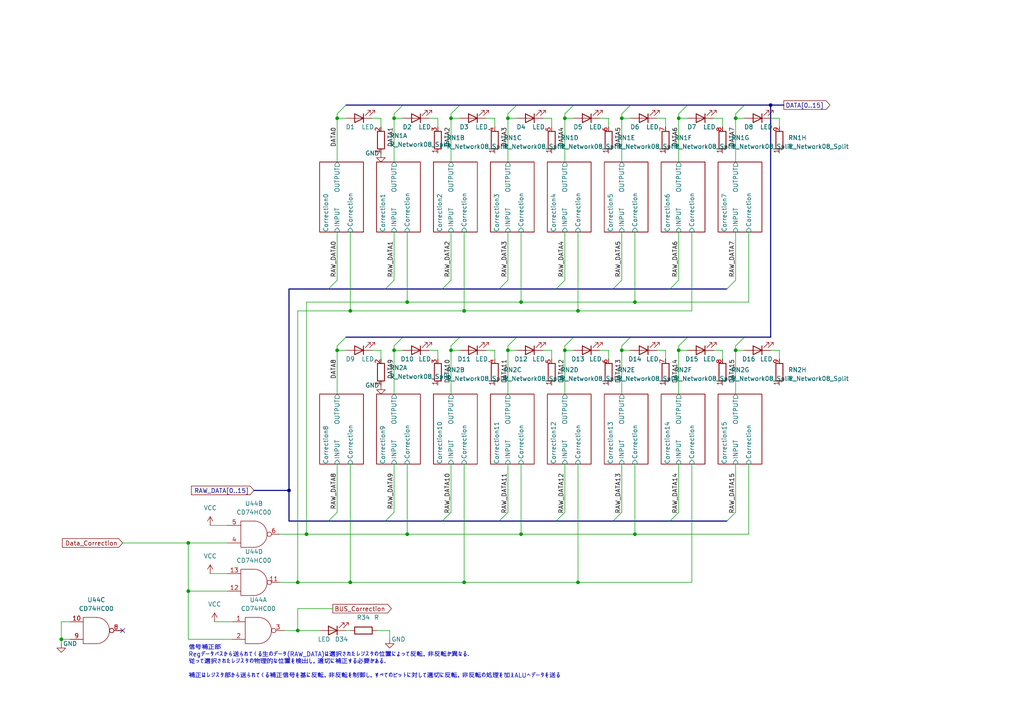
<source format=kicad_sch>
(kicad_sch (version 20211123) (generator eeschema)
  (paper "A4")
  (lib_symbols
    (symbol "CD74HCXX:CD74HC00" (pin_names (offset 0.762))
      (property "Reference" "U" (at -2.54 6.985 0))
      (property "Value" "CD74HC00" (at 1.27 5.08 0))
      (symbol "CD74HC00_0_0"
        (pin power_in line (at -2.54 2.54 0) (length 0) hide (name "VCC") (number "14"))
        (pin power_in line (at -2.54 -2.54 0) (length 0) hide (name "GND") (number "7"))
      )
      (symbol "CD74HC00_0_1"
        (arc (start 0 -3.81) (mid 3.81 0) (end 0 3.81))
        (polyline (pts (xy 0 3.81) (xy -3.81 3.81) (xy -3.81 -3.81) (xy 0 -3.81)))
      )
      (symbol "CD74HC00_0_2"
        (arc (start -4.445 -3.81) (mid -3.175 0) (end -4.445 3.81))
        (arc (start -3.175 -3.81) (mid 0.803 -2.7954) (end 3.81 0))
        (polyline (pts (xy -4.445 -3.81) (xy -3.175 -3.81)))
        (polyline (pts (xy -4.445 3.81) (xy -3.175 3.81)))
        (arc (start 3.81 0) (mid 0.8099 2.8117) (end -3.175 3.81))
      )
      (symbol "CD74HC00_1_1"
        (pin input line (at -7.62 2.54 0) (length 3.81) (name "~") (number "1"))
        (pin input line (at -7.62 -2.54 0) (length 3.81) (name "~") (number "2"))
        (pin output inverted (at 7.62 0 180) (length 3.81) (name "~") (number "3"))
      )
      (symbol "CD74HC00_1_2"
        (pin input inverted (at -7.62 2.54 0) (length 3.81) (name "~") (number "1"))
        (pin input inverted (at -7.62 -2.54 0) (length 3.81) (name "~") (number "2"))
        (pin output line (at 7.62 0 180) (length 3.81) (name "~") (number "3"))
      )
      (symbol "CD74HC00_2_1"
        (pin input line (at -7.62 2.54 0) (length 3.81) (name "~") (number "4"))
        (pin input line (at -7.62 -2.54 0) (length 3.81) (name "~") (number "5"))
        (pin output inverted (at 7.62 0 180) (length 3.81) (name "~") (number "6"))
      )
      (symbol "CD74HC00_2_2"
        (pin input inverted (at -7.62 2.54 0) (length 3.81) (name "~") (number "4"))
        (pin input inverted (at -7.62 -2.54 0) (length 3.81) (name "~") (number "5"))
        (pin output line (at 7.62 0 180) (length 3.81) (name "~") (number "6"))
      )
      (symbol "CD74HC00_3_1"
        (pin input line (at -7.62 -2.54 0) (length 3.81) (name "~") (number "10"))
        (pin output inverted (at 7.62 0 180) (length 3.81) (name "~") (number "8"))
        (pin input line (at -7.62 2.54 0) (length 3.81) (name "~") (number "9"))
      )
      (symbol "CD74HC00_3_2"
        (pin input inverted (at -7.62 -2.54 0) (length 3.81) (name "~") (number "10"))
        (pin output line (at 7.62 0 180) (length 3.81) (name "~") (number "8"))
        (pin input inverted (at -7.62 2.54 0) (length 3.81) (name "~") (number "9"))
      )
      (symbol "CD74HC00_4_1"
        (pin output inverted (at 7.62 0 180) (length 3.81) (name "~") (number "11"))
        (pin input line (at -7.62 2.54 0) (length 3.81) (name "~") (number "12"))
        (pin input line (at -7.62 -2.54 0) (length 3.81) (name "~") (number "13"))
      )
      (symbol "CD74HC00_4_2"
        (pin output line (at 7.62 0 180) (length 3.81) (name "~") (number "11"))
        (pin input inverted (at -7.62 2.54 0) (length 3.81) (name "~") (number "12"))
        (pin input inverted (at -7.62 -2.54 0) (length 3.81) (name "~") (number "13"))
      )
    )
    (symbol "Device:LED" (pin_numbers hide) (pin_names (offset 1.016) hide)
      (property "Reference" "D" (at 0 2.54 0))
      (property "Value" "LED" (at 0 -2.54 0))
      (symbol "LED_0_1"
        (polyline (pts (xy -1.27 -1.27) (xy -1.27 1.27)) (stroke (width 0.254)))
        (polyline (pts (xy -1.27 0) (xy 1.27 0)))
        (polyline (pts (xy 1.27 -1.27) (xy 1.27 1.27) (xy -1.27 0) (xy 1.27 -1.27)) (stroke (width 0.254)))
        (polyline (pts (xy -3.048 -0.762) (xy -4.572 -2.286) (xy -3.81 -2.286) (xy -4.572 -2.286) (xy -4.572 -1.524)))
        (polyline (pts (xy -1.778 -0.762) (xy -3.302 -2.286) (xy -2.54 -2.286) (xy -3.302 -2.286) (xy -3.302 -1.524)))
      )
      (symbol "LED_1_1"
        (pin passive line (at -3.81 0 0) (length 2.54) (name "K") (number "1"))
        (pin passive line (at 3.81 0 180) (length 2.54) (name "A") (number "2"))
      )
    )
    (symbol "Device:R" (pin_numbers hide) (pin_names (offset 0))
      (property "Reference" "R" (at 2.032 0 90))
      (property "Value" "R" (at 0 0 90))
      (symbol "R_0_1"
        (rectangle (start -1.016 -2.54) (end 1.016 2.54) (stroke (width 0.254)))
      )
      (symbol "R_1_1"
        (pin passive line (at 0 3.81 270) (length 1.27) (name "~") (number "1"))
        (pin passive line (at 0 -3.81 90) (length 1.27) (name "~") (number "2"))
      )
    )
    (symbol "Device:R_Network08_Split" (pin_names (offset 0) hide)
      (property "Reference" "RN" (at 2.032 0 90))
      (property "Value" "R_Network08_Split" (at 0 0 90))
      (symbol "R_Network08_Split_0_1"
        (rectangle (start 1.016 2.54) (end -1.016 -2.54) (stroke (width 0.254)))
      )
      (symbol "R_Network08_Split_1_1"
        (pin passive line (at 0 3.81 270) (length 1.27) (name "R1.1") (number "1"))
        (pin passive line (at 0 -3.81 90) (length 1.27) (name "R1.2") (number "2"))
      )
      (symbol "R_Network08_Split_2_1"
        (polyline (pts (xy 0 2.54) (xy 0 3.81)))
        (text "1" (at 0.889 3.175 900) (effects (font (size 1.27 1.27))))
        (pin passive line (at 0 -3.81 90) (length 1.27) (name "R2.2") (number "3"))
      )
      (symbol "R_Network08_Split_3_1"
        (polyline (pts (xy 0 2.54) (xy 0 3.81)))
        (text "1" (at 0.889 3.175 900) (effects (font (size 1.27 1.27))))
        (pin passive line (at 0 -3.81 90) (length 1.27) (name "R3.2") (number "4"))
      )
      (symbol "R_Network08_Split_4_1"
        (polyline (pts (xy 0 2.54) (xy 0 3.81)))
        (text "1" (at 0.889 3.175 900) (effects (font (size 1.27 1.27))))
        (pin passive line (at 0 -3.81 90) (length 1.27) (name "R4.2") (number "5"))
      )
      (symbol "R_Network08_Split_5_1"
        (polyline (pts (xy 0 2.54) (xy 0 3.81)))
        (text "1" (at 0.889 3.175 900) (effects (font (size 1.27 1.27))))
        (pin passive line (at 0 -3.81 90) (length 1.27) (name "R5.2") (number "6"))
      )
      (symbol "R_Network08_Split_6_1"
        (polyline (pts (xy 0 2.54) (xy 0 3.81)))
        (text "1" (at 0.889 3.175 900) (effects (font (size 1.27 1.27))))
        (pin passive line (at 0 -3.81 90) (length 1.27) (name "R6.2") (number "7"))
      )
      (symbol "R_Network08_Split_7_1"
        (polyline (pts (xy 0 2.54) (xy 0 3.81)))
        (text "1" (at 0.889 3.175 900) (effects (font (size 1.27 1.27))))
        (pin passive line (at 0 -3.81 90) (length 1.27) (name "R7.2") (number "8"))
      )
      (symbol "R_Network08_Split_8_1"
        (polyline (pts (xy 0 2.54) (xy 0 3.81)))
        (text "1" (at 0.889 3.175 900) (effects (font (size 1.27 1.27))))
        (pin passive line (at 0 -3.81 90) (length 1.27) (name "R8.2") (number "9"))
      )
    )
    (symbol "power:GND" (power) (pin_names (offset 0))
      (property "Value" "GND" (at 0 -3.81 0))
      (symbol "GND_0_1"
        (polyline (pts (xy 0 0) (xy 0 -1.27) (xy 1.27 -1.27) (xy 0 -2.54) (xy -1.27 -1.27) (xy 0 -1.27)))
      )
      (symbol "GND_1_1"
        (pin power_in line (at 0 0 270) (length 0) hide (name "GND") (number "1"))
      )
    )
    (symbol "power:VCC" (power) (pin_names (offset 0))
      (property "Value" "VCC" (at 0 3.81 0))
      (symbol "VCC_0_1"
        (polyline (pts (xy -0.762 1.27) (xy 0 2.54)))
        (polyline (pts (xy 0 0) (xy 0 2.54)))
        (polyline (pts (xy 0 2.54) (xy 0.762 1.27)))
      )
      (symbol "VCC_1_1"
        (pin power_in line (at 0 0 90) (length 0) hide (name "VCC") (number "1"))
      )
    )
  )
  (junction (at 114.3 101.6))
  (junction (at 167.64 90.17))
  (junction (at 101.6 90.17))
  (junction (at 213.36 101.6))
  (junction (at 101.6 168.91))
  (junction (at 114.3 34.29))
  (junction (at 163.83 101.6))
  (junction (at 180.34 34.29))
  (junction (at 184.15 87.63))
  (junction (at 17.78 185.42))
  (junction (at 54.61 171.45))
  (junction (at 151.13 87.63))
  (junction (at 97.79 101.6))
  (junction (at 196.85 34.29))
  (junction (at 134.62 90.17))
  (junction (at 196.85 101.6))
  (junction (at 86.36 182.88))
  (junction (at 83.82 142.24))
  (junction (at 86.36 168.91))
  (junction (at 54.61 157.48))
  (junction (at 180.34 101.6))
  (junction (at 118.11 87.63))
  (junction (at 163.83 34.29))
  (junction (at 130.81 34.29))
  (junction (at 88.9 154.94))
  (junction (at 118.11 154.94))
  (junction (at 223.52 30.48))
  (junction (at 184.15 154.94))
  (junction (at 97.79 34.29))
  (junction (at 147.32 101.6))
  (junction (at 167.64 168.91))
  (junction (at 134.62 168.91))
  (junction (at 147.32 34.29))
  (junction (at 151.13 154.94))
  (junction (at 213.36 34.29))
  (junction (at 130.81 101.6))
  (no_connect (at 35.56 182.88))
  (bus_entry (at 180.34 33.02) (size 2.54 -2.54))
  (bus_entry (at 161.29 151.13) (size 2.54 -2.54))
  (bus_entry (at 97.79 33.02) (size 2.54 -2.54))
  (bus_entry (at 180.34 100.33) (size 2.54 -2.54))
  (bus_entry (at 213.36 100.33) (size 2.54 -2.54))
  (bus_entry (at 95.25 151.13) (size 2.54 -2.54))
  (bus_entry (at 130.81 100.33) (size 2.54 -2.54))
  (bus_entry (at 111.76 83.82) (size 2.54 -2.54))
  (bus_entry (at 114.3 100.33) (size 2.54 -2.54))
  (bus_entry (at 210.82 151.13) (size 2.54 -2.54))
  (bus_entry (at 128.27 83.82) (size 2.54 -2.54))
  (bus_entry (at 128.27 151.13) (size 2.54 -2.54))
  (bus_entry (at 114.3 33.02) (size 2.54 -2.54))
  (bus_entry (at 177.8 151.13) (size 2.54 -2.54))
  (bus_entry (at 147.32 100.33) (size 2.54 -2.54))
  (bus_entry (at 196.85 33.02) (size 2.54 -2.54))
  (bus_entry (at 95.25 83.82) (size 2.54 -2.54))
  (bus_entry (at 196.85 100.33) (size 2.54 -2.54))
  (bus_entry (at 161.29 83.82) (size 2.54 -2.54))
  (bus_entry (at 177.8 83.82) (size 2.54 -2.54))
  (bus_entry (at 147.32 33.02) (size 2.54 -2.54))
  (bus_entry (at 194.31 83.82) (size 2.54 -2.54))
  (bus_entry (at 111.76 151.13) (size 2.54 -2.54))
  (bus_entry (at 130.81 33.02) (size 2.54 -2.54))
  (bus_entry (at 144.78 151.13) (size 2.54 -2.54))
  (bus_entry (at 144.78 83.82) (size 2.54 -2.54))
  (bus_entry (at 210.82 83.82) (size 2.54 -2.54))
  (bus_entry (at 213.36 33.02) (size 2.54 -2.54))
  (bus_entry (at 163.83 33.02) (size 2.54 -2.54))
  (bus_entry (at 194.31 151.13) (size 2.54 -2.54))
  (bus_entry (at 97.79 100.33) (size 2.54 -2.54))
  (bus_entry (at 163.83 100.33) (size 2.54 -2.54))
  (wire (pts (xy 223.52 34.29) (xy 226.06 34.29)))
  (wire (pts (xy 81.28 168.91) (xy 86.36 168.91)))
  (wire (pts (xy 184.15 154.94) (xy 217.17 154.94)))
  (wire (pts (xy 110.49 34.29) (xy 110.49 36.83)))
  (wire (pts (xy 207.01 34.29) (xy 209.55 34.29)))
  (wire (pts (xy 113.03 182.88) (xy 113.03 185.42)))
  (wire (pts (xy 157.48 34.29) (xy 160.02 34.29)))
  (wire (pts (xy 97.79 100.33) (xy 97.79 101.6)))
  (wire (pts (xy 127 101.6) (xy 127 104.14)))
  (wire (pts (xy 166.37 34.29) (xy 163.83 34.29)))
  (wire (pts (xy 149.86 101.6) (xy 147.32 101.6)))
  (wire (pts (xy 134.62 168.91) (xy 167.64 168.91)))
  (wire (pts (xy 17.78 180.34) (xy 20.32 180.34)))
  (bus (pts (xy 166.37 30.48) (xy 182.88 30.48)))
  (bus (pts (xy 95.25 151.13) (xy 111.76 151.13)))
  (bus (pts (xy 182.88 97.79) (xy 199.39 97.79)))
  (wire (pts (xy 88.9 87.63) (xy 88.9 154.94)))
  (bus (pts (xy 111.76 83.82) (xy 128.27 83.82)))
  (wire (pts (xy 196.85 101.6) (xy 196.85 114.3)))
  (bus (pts (xy 83.82 142.24) (xy 83.82 151.13)))
  (wire (pts (xy 60.96 152.4) (xy 66.04 152.4)))
  (wire (pts (xy 190.5 101.6) (xy 193.04 101.6)))
  (wire (pts (xy 147.32 100.33) (xy 147.32 101.6)))
  (wire (pts (xy 147.32 134.62) (xy 147.32 148.59)))
  (wire (pts (xy 86.36 168.91) (xy 86.36 90.17)))
  (wire (pts (xy 184.15 134.62) (xy 184.15 154.94)))
  (wire (pts (xy 100.33 101.6) (xy 97.79 101.6)))
  (bus (pts (xy 100.33 97.79) (xy 116.84 97.79)))
  (bus (pts (xy 223.52 30.48) (xy 227.33 30.48)))
  (wire (pts (xy 209.55 101.6) (xy 209.55 104.14)))
  (wire (pts (xy 151.13 154.94) (xy 184.15 154.94)))
  (wire (pts (xy 124.46 101.6) (xy 127 101.6)))
  (wire (pts (xy 97.79 67.31) (xy 97.79 81.28)))
  (wire (pts (xy 81.28 154.94) (xy 88.9 154.94)))
  (wire (pts (xy 107.95 101.6) (xy 110.49 101.6)))
  (wire (pts (xy 54.61 157.48) (xy 54.61 171.45)))
  (wire (pts (xy 140.97 34.29) (xy 143.51 34.29)))
  (wire (pts (xy 184.15 87.63) (xy 217.17 87.63)))
  (wire (pts (xy 54.61 185.42) (xy 54.61 171.45)))
  (wire (pts (xy 182.88 34.29) (xy 180.34 34.29)))
  (wire (pts (xy 134.62 90.17) (xy 167.64 90.17)))
  (wire (pts (xy 118.11 67.31) (xy 118.11 87.63)))
  (wire (pts (xy 151.13 134.62) (xy 151.13 154.94)))
  (wire (pts (xy 190.5 34.29) (xy 193.04 34.29)))
  (bus (pts (xy 111.76 151.13) (xy 128.27 151.13)))
  (wire (pts (xy 199.39 101.6) (xy 196.85 101.6)))
  (wire (pts (xy 140.97 101.6) (xy 143.51 101.6)))
  (bus (pts (xy 177.8 151.13) (xy 194.31 151.13)))
  (wire (pts (xy 20.32 185.42) (xy 17.78 185.42)))
  (wire (pts (xy 207.01 101.6) (xy 209.55 101.6)))
  (bus (pts (xy 199.39 97.79) (xy 215.9 97.79)))
  (wire (pts (xy 147.32 101.6) (xy 147.32 114.3)))
  (wire (pts (xy 67.31 185.42) (xy 54.61 185.42)))
  (wire (pts (xy 226.06 101.6) (xy 226.06 104.14)))
  (wire (pts (xy 180.34 101.6) (xy 180.34 114.3)))
  (wire (pts (xy 163.83 34.29) (xy 163.83 46.99)))
  (bus (pts (xy 149.86 97.79) (xy 166.37 97.79)))
  (wire (pts (xy 163.83 67.31) (xy 163.83 81.28)))
  (wire (pts (xy 109.22 182.88) (xy 113.03 182.88)))
  (wire (pts (xy 200.66 90.17) (xy 200.66 67.31)))
  (bus (pts (xy 215.9 30.48) (xy 223.52 30.48)))
  (wire (pts (xy 167.64 67.31) (xy 167.64 90.17)))
  (bus (pts (xy 149.86 30.48) (xy 166.37 30.48)))
  (wire (pts (xy 180.34 100.33) (xy 180.34 101.6)))
  (bus (pts (xy 182.88 30.48) (xy 199.39 30.48)))
  (wire (pts (xy 97.79 34.29) (xy 97.79 46.99)))
  (wire (pts (xy 163.83 33.02) (xy 163.83 34.29)))
  (bus (pts (xy 95.25 83.82) (xy 83.82 83.82)))
  (wire (pts (xy 114.3 34.29) (xy 114.3 46.99)))
  (wire (pts (xy 176.53 34.29) (xy 176.53 36.83)))
  (wire (pts (xy 86.36 168.91) (xy 101.6 168.91)))
  (wire (pts (xy 215.9 34.29) (xy 213.36 34.29)))
  (wire (pts (xy 97.79 33.02) (xy 97.79 34.29)))
  (wire (pts (xy 101.6 90.17) (xy 134.62 90.17)))
  (wire (pts (xy 166.37 101.6) (xy 163.83 101.6)))
  (wire (pts (xy 114.3 101.6) (xy 114.3 114.3)))
  (wire (pts (xy 213.36 33.02) (xy 213.36 34.29)))
  (wire (pts (xy 226.06 34.29) (xy 226.06 36.83)))
  (wire (pts (xy 35.56 157.48) (xy 54.61 157.48)))
  (bus (pts (xy 144.78 83.82) (xy 161.29 83.82)))
  (wire (pts (xy 160.02 101.6) (xy 160.02 104.14)))
  (bus (pts (xy 161.29 151.13) (xy 177.8 151.13)))
  (wire (pts (xy 134.62 67.31) (xy 134.62 90.17)))
  (wire (pts (xy 107.95 34.29) (xy 110.49 34.29)))
  (bus (pts (xy 116.84 97.79) (xy 133.35 97.79)))
  (wire (pts (xy 176.53 101.6) (xy 176.53 104.14)))
  (wire (pts (xy 130.81 33.02) (xy 130.81 34.29)))
  (wire (pts (xy 180.34 33.02) (xy 180.34 34.29)))
  (wire (pts (xy 147.32 33.02) (xy 147.32 34.29)))
  (wire (pts (xy 217.17 67.31) (xy 217.17 87.63)))
  (wire (pts (xy 213.36 34.29) (xy 213.36 46.99)))
  (wire (pts (xy 196.85 100.33) (xy 196.85 101.6)))
  (wire (pts (xy 200.66 168.91) (xy 200.66 134.62)))
  (wire (pts (xy 86.36 182.88) (xy 82.55 182.88)))
  (wire (pts (xy 213.36 67.31) (xy 213.36 81.28)))
  (wire (pts (xy 167.64 168.91) (xy 200.66 168.91)))
  (wire (pts (xy 133.35 34.29) (xy 130.81 34.29)))
  (wire (pts (xy 101.6 67.31) (xy 101.6 90.17)))
  (bus (pts (xy 199.39 30.48) (xy 215.9 30.48)))
  (wire (pts (xy 180.34 134.62) (xy 180.34 148.59)))
  (wire (pts (xy 62.23 180.34) (xy 67.31 180.34)))
  (wire (pts (xy 17.78 180.34) (xy 17.78 185.42)))
  (bus (pts (xy 128.27 151.13) (xy 144.78 151.13)))
  (wire (pts (xy 173.99 101.6) (xy 176.53 101.6)))
  (wire (pts (xy 196.85 33.02) (xy 196.85 34.29)))
  (bus (pts (xy 177.8 83.82) (xy 194.31 83.82)))
  (wire (pts (xy 167.64 134.62) (xy 167.64 168.91)))
  (wire (pts (xy 17.78 186.69) (xy 17.78 185.42)))
  (bus (pts (xy 144.78 151.13) (xy 161.29 151.13)))
  (wire (pts (xy 114.3 134.62) (xy 114.3 148.59)))
  (wire (pts (xy 130.81 34.29) (xy 130.81 46.99)))
  (wire (pts (xy 124.46 34.29) (xy 127 34.29)))
  (wire (pts (xy 143.51 101.6) (xy 143.51 104.14)))
  (wire (pts (xy 213.36 134.62) (xy 213.36 148.59)))
  (wire (pts (xy 134.62 134.62) (xy 134.62 168.91)))
  (wire (pts (xy 127 34.29) (xy 127 36.83)))
  (wire (pts (xy 114.3 67.31) (xy 114.3 81.28)))
  (wire (pts (xy 116.84 101.6) (xy 114.3 101.6)))
  (bus (pts (xy 194.31 151.13) (xy 210.82 151.13)))
  (wire (pts (xy 180.34 67.31) (xy 180.34 81.28)))
  (wire (pts (xy 118.11 154.94) (xy 151.13 154.94)))
  (wire (pts (xy 96.52 176.53) (xy 86.36 176.53)))
  (bus (pts (xy 73.66 142.24) (xy 83.82 142.24)))
  (wire (pts (xy 160.02 34.29) (xy 160.02 36.83)))
  (wire (pts (xy 86.36 176.53) (xy 86.36 182.88)))
  (wire (pts (xy 130.81 134.62) (xy 130.81 148.59)))
  (wire (pts (xy 116.84 34.29) (xy 114.3 34.29)))
  (wire (pts (xy 143.51 34.29) (xy 143.51 36.83)))
  (wire (pts (xy 157.48 101.6) (xy 160.02 101.6)))
  (bus (pts (xy 166.37 97.79) (xy 182.88 97.79)))
  (wire (pts (xy 118.11 87.63) (xy 151.13 87.63)))
  (wire (pts (xy 223.52 101.6) (xy 226.06 101.6)))
  (wire (pts (xy 101.6 134.62) (xy 101.6 168.91)))
  (bus (pts (xy 83.82 151.13) (xy 95.25 151.13)))
  (wire (pts (xy 215.9 101.6) (xy 213.36 101.6)))
  (bus (pts (xy 116.84 30.48) (xy 133.35 30.48)))
  (wire (pts (xy 133.35 101.6) (xy 130.81 101.6)))
  (bus (pts (xy 95.25 83.82) (xy 111.76 83.82)))
  (wire (pts (xy 114.3 100.33) (xy 114.3 101.6)))
  (wire (pts (xy 54.61 157.48) (xy 66.04 157.48)))
  (bus (pts (xy 83.82 83.82) (xy 83.82 142.24)))
  (wire (pts (xy 88.9 87.63) (xy 118.11 87.63)))
  (wire (pts (xy 163.83 100.33) (xy 163.83 101.6)))
  (wire (pts (xy 193.04 101.6) (xy 193.04 104.14)))
  (bus (pts (xy 133.35 30.48) (xy 149.86 30.48)))
  (wire (pts (xy 86.36 90.17) (xy 101.6 90.17)))
  (wire (pts (xy 196.85 67.31) (xy 196.85 81.28)))
  (wire (pts (xy 92.71 182.88) (xy 86.36 182.88)))
  (wire (pts (xy 213.36 100.33) (xy 213.36 101.6)))
  (wire (pts (xy 97.79 101.6) (xy 97.79 114.3)))
  (wire (pts (xy 163.83 134.62) (xy 163.83 148.59)))
  (wire (pts (xy 130.81 67.31) (xy 130.81 81.28)))
  (wire (pts (xy 217.17 134.62) (xy 217.17 154.94)))
  (wire (pts (xy 193.04 34.29) (xy 193.04 36.83)))
  (bus (pts (xy 133.35 97.79) (xy 149.86 97.79)))
  (wire (pts (xy 173.99 34.29) (xy 176.53 34.29)))
  (wire (pts (xy 147.32 67.31) (xy 147.32 81.28)))
  (wire (pts (xy 130.81 101.6) (xy 130.81 114.3)))
  (wire (pts (xy 97.79 134.62) (xy 97.79 148.59)))
  (bus (pts (xy 215.9 97.79) (xy 223.52 97.79)))
  (wire (pts (xy 54.61 171.45) (xy 66.04 171.45)))
  (wire (pts (xy 196.85 134.62) (xy 196.85 148.59)))
  (wire (pts (xy 147.32 34.29) (xy 147.32 46.99)))
  (wire (pts (xy 149.86 34.29) (xy 147.32 34.29)))
  (wire (pts (xy 196.85 34.29) (xy 196.85 46.99)))
  (wire (pts (xy 180.34 34.29) (xy 180.34 46.99)))
  (bus (pts (xy 128.27 83.82) (xy 144.78 83.82)))
  (wire (pts (xy 100.33 34.29) (xy 97.79 34.29)))
  (bus (pts (xy 100.33 30.48) (xy 116.84 30.48)))
  (wire (pts (xy 163.83 101.6) (xy 163.83 114.3)))
  (wire (pts (xy 213.36 101.6) (xy 213.36 114.3)))
  (wire (pts (xy 130.81 100.33) (xy 130.81 101.6)))
  (wire (pts (xy 88.9 154.94) (xy 118.11 154.94)))
  (wire (pts (xy 151.13 67.31) (xy 151.13 87.63)))
  (wire (pts (xy 167.64 90.17) (xy 200.66 90.17)))
  (wire (pts (xy 182.88 101.6) (xy 180.34 101.6)))
  (wire (pts (xy 60.96 166.37) (xy 66.04 166.37)))
  (wire (pts (xy 209.55 34.29) (xy 209.55 36.83)))
  (bus (pts (xy 223.52 97.79) (xy 223.52 30.48)))
  (wire (pts (xy 199.39 34.29) (xy 196.85 34.29)))
  (wire (pts (xy 114.3 33.02) (xy 114.3 34.29)))
  (bus (pts (xy 194.31 83.82) (xy 210.82 83.82)))
  (wire (pts (xy 110.49 101.6) (xy 110.49 104.14)))
  (wire (pts (xy 100.33 182.88) (xy 101.6 182.88)))
  (wire (pts (xy 151.13 87.63) (xy 184.15 87.63)))
  (wire (pts (xy 184.15 67.31) (xy 184.15 87.63)))
  (wire (pts (xy 118.11 134.62) (xy 118.11 154.94)))
  (wire (pts (xy 101.6 168.91) (xy 134.62 168.91)))
  (bus (pts (xy 161.29 83.82) (xy 177.8 83.82)))
  (text "信号補正部\nRegデータバスから送られてくる生のデータ(RAW_DATA)は選択されたレジスタの位置によって反転，非反転が異なる．\n従って選択されたレジスタの物理的な位置を検出し，適切に補正する必要がある．\n\n補正はレジスタ部から送られてくる補正信号を基に反転，非反転を制御し，すべてのビットに対して適切に反転，非反転の処理を加えALUへデータを送る" (at 54.61 196.85 0) (effects (font (size 1.27 1.27)) (justify left bottom)))
  (label "RAW_DATA14" (at 196.85 137.16 270))
  (label "DATA7" (at 213.36 36.83 270))
  (label "RAW_DATA2" (at 130.81 69.85 270))
  (label "RAW_DATA5" (at 180.34 69.85 270))
  (label "RAW_DATA13" (at 180.34 137.16 270))
  (label "RAW_DATA4" (at 163.83 69.85 270))
  (label "DATA1" (at 114.3 36.83 270))
  (label "DATA4" (at 163.83 36.83 270))
  (label "DATA13" (at 180.34 104.14 270))
  (label "DATA10" (at 130.81 104.14 270))
  (label "RAW_DATA1" (at 114.3 69.85 270))
  (label "RAW_DATA15" (at 213.36 137.16 270))
  (label "RAW_DATA11" (at 147.32 137.16 270))
  (label "RAW_DATA0" (at 97.79 69.85 270))
  (label "RAW_DATA7" (at 213.36 69.85 270))
  (label "DATA2" (at 130.81 36.83 270))
  (label "DATA12" (at 163.83 104.14 270))
  (label "RAW_DATA3" (at 147.32 69.85 270))
  (label "DATA0" (at 97.79 36.83 270))
  (label "DATA11" (at 147.32 104.14 270))
  (label "DATA8" (at 97.79 104.14 270))
  (label "DATA3" (at 147.32 36.83 270))
  (label "RAW_DATA12" (at 163.83 137.16 270))
  (label "DATA9" (at 114.3 104.14 270))
  (label "DATA6" (at 196.85 36.83 270))
  (label "RAW_DATA9" (at 114.3 137.16 270))
  (label "DATA14" (at 196.85 104.14 270))
  (label "DATA15" (at 213.36 104.14 270))
  (label "DATA5" (at 180.34 36.83 270))
  (label "RAW_DATA8" (at 97.79 137.16 270))
  (label "RAW_DATA6" (at 196.85 69.85 270))
  (label "RAW_DATA10" (at 130.81 137.16 270))
  (global_label "RAW_DATA[0..15]" (shape input) (at 73.66 142.24 180) (property "Intersheet References" "${INTERSHEET_REFS}" (effects hide)))
  (global_label "BUS_Correction" (shape output) (at 96.52 176.53 0) (property "Intersheet References" "${INTERSHEET_REFS}" (effects hide)))
  (global_label "DATA[0..15]" (shape output) (at 227.33 30.48 0) (property "Intersheet References" "${INTERSHEET_REFS}" (effects hide)))
  (global_label "Data_Correction" (shape input) (at 35.56 157.48 180) (property "Intersheet References" "${INTERSHEET_REFS}" (effects hide)))
  (symbol (lib_id "power:GND") (at 110.49 44.45 0) (unit 1)
    (property "Reference" "#PWR07" (effects hide))
    (property "Value" "GND" (at 107.95 44.45 0))
  )
  (symbol (lib_id "Device:R_Network08_Split") (at 143.51 40.64 180) (unit 3)
    (property "Reference" "RN1" (at 146.05 39.966 0) (effects (justify right)))
    (property "Value" "R_Network08_Split" (at 146.05 42.506 0) (effects (justify right)))
    (property "Footprint" "Resistor_THT:R_Array_SIP9" (effects hide))
    (property "Datasheet" "http://www.vishay.com/docs/31509/csc.pdf" (effects hide))
  )
  (symbol (lib_id "Device:R_Network08_Split") (at 110.49 107.95 180) (unit 1)
    (property "Reference" "RN2" (at 113.03 106.6799 0) (effects (justify right)))
    (property "Value" "R_Network08_Split" (at 113.03 109.2199 0) (effects (justify right)))
    (property "Footprint" "Resistor_THT:R_Array_SIP9" (effects hide))
    (property "Datasheet" "http://www.vishay.com/docs/31509/csc.pdf" (effects hide))
  )
  (symbol (lib_id "Device:LED") (at 137.16 34.29 180) (unit 1)
    (property "Reference" "D3" (at 134.62 36.83 0))
    (property "Value" "LED" (at 139.7 36.83 0))
    (property "Footprint" "LED_THT:LED_D3.0mm" (effects hide))
  )
  (symbol (lib_id "Device:LED") (at 186.69 34.29 180) (unit 1)
    (property "Reference" "D6" (at 184.15 36.83 0))
    (property "Value" "LED" (at 189.23 36.83 0))
    (property "Footprint" "LED_THT:LED_D3.0mm" (effects hide))
  )
  (symbol (lib_id "Device:LED") (at 104.14 34.29 180) (unit 1)
    (property "Reference" "D1" (at 101.6 36.83 0))
    (property "Value" "LED" (at 106.68 36.83 0))
    (property "Footprint" "LED_THT:LED_D3.0mm" (effects hide))
  )
  (symbol (lib_id "Device:LED") (at 104.14 101.6 180) (unit 1)
    (property "Reference" "D9" (at 101.6 104.14 0))
    (property "Value" "LED" (at 106.68 104.14 0))
    (property "Footprint" "LED_THT:LED_D3.0mm" (effects hide))
  )
  (symbol (lib_id "CD74HCXX:CD74HC00") (at 27.94 182.88 0) (mirror x) (unit 3)
    (property "Reference" "U44" (at 27.94 173.99 0))
    (property "Value" "CD74HC00" (at 27.94 176.53 0))
    (property "Footprint" "Package_DIP:DIP-14_W7.62mm" (effects hide))
  )
  (symbol (lib_id "Device:R_Network08_Split") (at 160.02 40.64 180) (unit 4)
    (property "Reference" "RN1" (at 162.56 39.966 0) (effects (justify right)))
    (property "Value" "R_Network08_Split" (at 162.56 42.506 0) (effects (justify right)))
    (property "Footprint" "Resistor_THT:R_Array_SIP9" (effects hide))
    (property "Datasheet" "http://www.vishay.com/docs/31509/csc.pdf" (effects hide))
  )
  (symbol (lib_id "Device:LED") (at 137.16 101.6 180) (unit 1)
    (property "Reference" "D11" (at 134.62 104.14 0))
    (property "Value" "LED" (at 139.7 104.14 0))
    (property "Footprint" "LED_THT:LED_D3.0mm" (effects hide))
  )
  (symbol (lib_id "Device:R_Network08_Split") (at 176.53 107.95 180) (unit 5)
    (property "Reference" "RN2" (at 179.07 107.276 0) (effects (justify right)))
    (property "Value" "R_Network08_Split" (at 179.07 109.816 0) (effects (justify right)))
    (property "Footprint" "Resistor_THT:R_Array_SIP9" (effects hide))
    (property "Datasheet" "http://www.vishay.com/docs/31509/csc.pdf" (effects hide))
  )
  (symbol (lib_id "Device:LED") (at 120.65 101.6 180) (unit 1)
    (property "Reference" "D10" (at 118.11 104.14 0))
    (property "Value" "LED" (at 123.19 104.14 0))
    (property "Footprint" "LED_THT:LED_D3.0mm" (effects hide))
  )
  (symbol (lib_id "power:VCC") (at 62.23 180.34 0) (unit 1)
    (property "Reference" "#PWR0103" (effects hide))
    (property "Value" "VCC" (at 62.23 175.26 0))
  )
  (symbol (lib_id "power:GND") (at 113.03 185.42 0) (unit 1)
    (property "Reference" "#PWR032" (effects hide))
    (property "Value" "GND" (at 115.57 185.42 0))
  )
  (symbol (lib_id "Device:R_Network08_Split") (at 143.51 107.95 180) (unit 3)
    (property "Reference" "RN2" (at 146.05 107.276 0) (effects (justify right)))
    (property "Value" "R_Network08_Split" (at 146.05 109.816 0) (effects (justify right)))
    (property "Footprint" "Resistor_THT:R_Array_SIP9" (effects hide))
    (property "Datasheet" "http://www.vishay.com/docs/31509/csc.pdf" (effects hide))
  )
  (symbol (lib_id "Device:R_Network08_Split") (at 176.53 40.64 180) (unit 5)
    (property "Reference" "RN1" (at 179.07 39.966 0) (effects (justify right)))
    (property "Value" "R_Network08_Split" (at 179.07 42.506 0) (effects (justify right)))
    (property "Footprint" "Resistor_THT:R_Array_SIP9" (effects hide))
    (property "Datasheet" "http://www.vishay.com/docs/31509/csc.pdf" (effects hide))
  )
  (symbol (lib_id "CD74HCXX:CD74HC00") (at 74.93 182.88 0) (unit 1)
    (property "Reference" "U44" (at 74.93 173.99 0))
    (property "Value" "CD74HC00" (at 74.93 176.53 0))
    (property "Footprint" "Package_DIP:DIP-14_W7.62mm" (effects hide))
  )
  (symbol (lib_id "Device:LED") (at 170.18 101.6 180) (unit 1)
    (property "Reference" "D13" (at 167.64 104.14 0))
    (property "Value" "LED" (at 172.72 104.14 0))
    (property "Footprint" "LED_THT:LED_D3.0mm" (effects hide))
  )
  (symbol (lib_id "Device:R_Network08_Split") (at 160.02 107.95 180) (unit 4)
    (property "Reference" "RN2" (at 162.56 107.276 0) (effects (justify right)))
    (property "Value" "R_Network08_Split" (at 162.56 109.816 0) (effects (justify right)))
    (property "Footprint" "Resistor_THT:R_Array_SIP9" (effects hide))
    (property "Datasheet" "http://www.vishay.com/docs/31509/csc.pdf" (effects hide))
  )
  (symbol (lib_id "CD74HCXX:CD74HC00") (at 73.66 154.94 0) (mirror x) (unit 2)
    (property "Reference" "U44" (at 73.66 146.05 0))
    (property "Value" "CD74HC00" (at 73.66 148.59 0))
    (property "Footprint" "Package_DIP:DIP-14_W7.62mm" (effects hide))
  )
  (symbol (lib_id "Device:R") (at 105.41 182.88 90) (unit 1)
    (property "Reference" "R34" (at 105.41 179.07 90))
    (property "Value" "R" (at 109.22 179.07 90))
    (property "Footprint" "Resistor_SMD:R_0603_1608Metric_Pad0.98x0.95mm_HandSolder" (effects hide))
  )
  (symbol (lib_id "Device:R_Network08_Split") (at 127 40.64 180) (unit 2)
    (property "Reference" "RN1" (at 129.54 39.966 0) (effects (justify right)))
    (property "Value" "R_Network08_Split" (at 129.54 42.506 0) (effects (justify right)))
    (property "Footprint" "Resistor_THT:R_Array_SIP9" (effects hide))
    (property "Datasheet" "http://www.vishay.com/docs/31509/csc.pdf" (effects hide))
  )
  (symbol (lib_id "Device:LED") (at 120.65 34.29 180) (unit 1)
    (property "Reference" "D2" (at 118.11 36.83 0))
    (property "Value" "LED" (at 123.19 36.83 0))
    (property "Footprint" "LED_THT:LED_D3.0mm" (effects hide))
  )
  (symbol (lib_id "power:GND") (at 17.78 186.69 0) (unit 1)
    (property "Reference" "#PWR0101" (effects hide))
    (property "Value" "GND" (at 20.32 186.69 0))
  )
  (symbol (lib_id "Device:R_Network08_Split") (at 193.04 107.95 180) (unit 6)
    (property "Reference" "RN2" (at 195.58 107.276 0) (effects (justify right)))
    (property "Value" "R_Network08_Split" (at 195.58 109.816 0) (effects (justify right)))
    (property "Footprint" "Resistor_THT:R_Array_SIP9" (effects hide))
    (property "Datasheet" "http://www.vishay.com/docs/31509/csc.pdf" (effects hide))
  )
  (symbol (lib_id "Device:R_Network08_Split") (at 110.49 40.64 180) (unit 1)
    (property "Reference" "RN1" (at 113.03 39.3699 0) (effects (justify right)))
    (property "Value" "R_Network08_Split" (at 113.03 41.9099 0) (effects (justify right)))
    (property "Footprint" "Resistor_THT:R_Array_SIP9" (effects hide))
    (property "Datasheet" "http://www.vishay.com/docs/31509/csc.pdf" (effects hide))
  )
  (symbol (lib_id "power:GND") (at 110.49 111.76 0) (unit 1)
    (property "Reference" "#PWR08" (effects hide))
    (property "Value" "GND" (at 107.95 111.76 0))
  )
  (symbol (lib_id "Device:R_Network08_Split") (at 226.06 40.64 180) (unit 8)
    (property "Reference" "RN1" (at 228.6 39.966 0) (effects (justify right)))
    (property "Value" "R_Network08_Split" (at 228.6 42.506 0) (effects (justify right)))
    (property "Footprint" "Resistor_THT:R_Array_SIP9" (effects hide))
    (property "Datasheet" "http://www.vishay.com/docs/31509/csc.pdf" (effects hide))
  )
  (symbol (lib_id "Device:LED") (at 153.67 34.29 180) (unit 1)
    (property "Reference" "D4" (at 151.13 36.83 0))
    (property "Value" "LED" (at 156.21 36.83 0))
    (property "Footprint" "LED_THT:LED_D3.0mm" (effects hide))
  )
  (symbol (lib_id "Device:LED") (at 203.2 101.6 180) (unit 1)
    (property "Reference" "D15" (at 200.66 104.14 0))
    (property "Value" "LED" (at 205.74 104.14 0))
    (property "Footprint" "LED_THT:LED_D3.0mm" (effects hide))
  )
  (symbol (lib_id "Device:LED") (at 203.2 34.29 180) (unit 1)
    (property "Reference" "D7" (at 200.66 36.83 0))
    (property "Value" "LED" (at 205.74 36.83 0))
    (property "Footprint" "LED_THT:LED_D3.0mm" (effects hide))
  )
  (symbol (lib_id "Device:R_Network08_Split") (at 209.55 40.64 180) (unit 7)
    (property "Reference" "RN1" (at 212.09 39.966 0) (effects (justify right)))
    (property "Value" "R_Network08_Split" (at 212.09 42.506 0) (effects (justify right)))
    (property "Footprint" "Resistor_THT:R_Array_SIP9" (effects hide))
    (property "Datasheet" "http://www.vishay.com/docs/31509/csc.pdf" (effects hide))
  )
  (symbol (lib_id "Device:LED") (at 186.69 101.6 180) (unit 1)
    (property "Reference" "D14" (at 184.15 104.14 0))
    (property "Value" "LED" (at 189.23 104.14 0))
    (property "Footprint" "LED_THT:LED_D3.0mm" (effects hide))
  )
  (symbol (lib_id "power:VCC") (at 60.96 166.37 0) (unit 1)
    (property "Reference" "#PWR0102" (effects hide))
    (property "Value" "VCC" (at 60.96 161.29 0))
  )
  (symbol (lib_id "power:VCC") (at 60.96 152.4 0) (unit 1)
    (property "Reference" "#PWR0104" (effects hide))
    (property "Value" "VCC" (at 60.96 147.32 0))
  )
  (symbol (lib_id "Device:LED") (at 219.71 101.6 180) (unit 1)
    (property "Reference" "D16" (at 217.17 104.14 0))
    (property "Value" "LED" (at 222.25 104.14 0))
    (property "Footprint" "LED_THT:LED_D3.0mm" (effects hide))
  )
  (symbol (lib_id "Device:LED") (at 96.52 182.88 180) (unit 1)
    (property "Reference" "D34" (at 99.06 185.42 0))
    (property "Value" "LED" (at 93.98 185.42 0))
    (property "Footprint" "LED_THT:LED_D3.0mm" (effects hide))
  )
  (symbol (lib_id "Device:R_Network08_Split") (at 209.55 107.95 180) (unit 7)
    (property "Reference" "RN2" (at 212.09 107.276 0) (effects (justify right)))
    (property "Value" "R_Network08_Split" (at 212.09 109.816 0) (effects (justify right)))
    (property "Footprint" "Resistor_THT:R_Array_SIP9" (effects hide))
    (property "Datasheet" "http://www.vishay.com/docs/31509/csc.pdf" (effects hide))
  )
  (symbol (lib_id "Device:LED") (at 170.18 34.29 180) (unit 1)
    (property "Reference" "D5" (at 167.64 36.83 0))
    (property "Value" "LED" (at 172.72 36.83 0))
    (property "Footprint" "LED_THT:LED_D3.0mm" (effects hide))
  )
  (symbol (lib_id "Device:LED") (at 219.71 34.29 180) (unit 1)
    (property "Reference" "D8" (at 217.17 36.83 0))
    (property "Value" "LED" (at 222.25 36.83 0))
    (property "Footprint" "LED_THT:LED_D3.0mm" (effects hide))
  )
  (symbol (lib_id "Device:R_Network08_Split") (at 127 107.95 180) (unit 2)
    (property "Reference" "RN2" (at 129.54 107.276 0) (effects (justify right)))
    (property "Value" "R_Network08_Split" (at 129.54 109.816 0) (effects (justify right)))
    (property "Footprint" "Resistor_THT:R_Array_SIP9" (effects hide))
    (property "Datasheet" "http://www.vishay.com/docs/31509/csc.pdf" (effects hide))
  )
  (symbol (lib_id "Device:R_Network08_Split") (at 193.04 40.64 180) (unit 6)
    (property "Reference" "RN1" (at 195.58 39.966 0) (effects (justify right)))
    (property "Value" "R_Network08_Split" (at 195.58 42.506 0) (effects (justify right)))
    (property "Footprint" "Resistor_THT:R_Array_SIP9" (effects hide))
    (property "Datasheet" "http://www.vishay.com/docs/31509/csc.pdf" (effects hide))
  )
  (symbol (lib_id "Device:R_Network08_Split") (at 226.06 107.95 180) (unit 8)
    (property "Reference" "RN2" (at 228.6 107.276 0) (effects (justify right)))
    (property "Value" "R_Network08_Split" (at 228.6 109.816 0) (effects (justify right)))
    (property "Footprint" "Resistor_THT:R_Array_SIP9" (effects hide))
    (property "Datasheet" "http://www.vishay.com/docs/31509/csc.pdf" (effects hide))
  )
  (symbol (lib_id "Device:LED") (at 153.67 101.6 180) (unit 1)
    (property "Reference" "D12" (at 151.13 104.14 0))
    (property "Value" "LED" (at 156.21 104.14 0))
    (property "Footprint" "LED_THT:LED_D3.0mm" (effects hide))
  )
  (symbol (lib_id "CD74HCXX:CD74HC00") (at 73.66 168.91 0) (mirror x) (unit 4)
    (property "Reference" "U44" (at 73.66 160.02 0))
    (property "Value" "CD74HC00" (at 73.66 162.56 0))
    (property "Footprint" "Package_DIP:DIP-14_W7.62mm" (effects hide))
  )
  (sheet (at 208.28 114.3) (size 12.7 20.32) (stroke (width 0.1524))
    (property "Sheet name" "Correction15" (at 210.82 134.62 90) (effects (justify left bottom)))
    (property "Sheet file" "Correction.kicad_sch" (effects hide))
    (pin "OUTPUT" output (at 213.36 114.3 90))
    (pin "INPUT" input (at 213.36 134.62 270))
    (pin "Correction" input (at 217.17 134.62 270))
  )
  (sheet (at 158.75 114.3) (size 12.7 20.32) (stroke (width 0.1524))
    (property "Sheet name" "Correction12" (at 161.29 134.62 90) (effects (justify left bottom)))
    (property "Sheet file" "Correction.kicad_sch" (effects hide))
    (pin "OUTPUT" output (at 163.83 114.3 90))
    (pin "INPUT" input (at 163.83 134.62 270))
    (pin "Correction" input (at 167.64 134.62 270))
  )
  (sheet (at 191.77 114.3) (size 12.7 20.32) (stroke (width 0.1524))
    (property "Sheet name" "Correction14" (at 194.31 134.62 90) (effects (justify left bottom)))
    (property "Sheet file" "Correction.kicad_sch" (effects hide))
    (pin "OUTPUT" output (at 196.85 114.3 90))
    (pin "INPUT" input (at 196.85 134.62 270))
    (pin "Correction" input (at 200.66 134.62 270))
  )
  (sheet (at 109.22 114.3) (size 12.7 20.32) (stroke (width 0.1524))
    (property "Sheet name" "Correction9" (at 111.76 134.62 90) (effects (justify left bottom)))
    (property "Sheet file" "Correction.kicad_sch" (effects hide))
    (pin "OUTPUT" output (at 114.3 114.3 90))
    (pin "INPUT" input (at 114.3 134.62 270))
    (pin "Correction" input (at 118.11 134.62 270))
  )
  (sheet (at 158.75 46.99) (size 12.7 20.32) (stroke (width 0.1524))
    (property "Sheet name" "Correction4" (at 161.29 67.31 90) (effects (justify left bottom)))
    (property "Sheet file" "Correction.kicad_sch" (effects hide))
    (pin "OUTPUT" output (at 163.83 46.99 90))
    (pin "INPUT" input (at 163.83 67.31 270))
    (pin "Correction" input (at 167.64 67.31 270))
  )
  (sheet (at 175.26 46.99) (size 12.7 20.32) (stroke (width 0.1524))
    (property "Sheet name" "Correction5" (at 177.8 67.31 90) (effects (justify left bottom)))
    (property "Sheet file" "Correction.kicad_sch" (effects hide))
    (pin "OUTPUT" output (at 180.34 46.99 90))
    (pin "INPUT" input (at 180.34 67.31 270))
    (pin "Correction" input (at 184.15 67.31 270))
  )
  (sheet (at 142.24 46.99) (size 12.7 20.32) (stroke (width 0.1524))
    (property "Sheet name" "Correction3" (at 144.78 67.31 90) (effects (justify left bottom)))
    (property "Sheet file" "Correction.kicad_sch" (effects hide))
    (pin "OUTPUT" output (at 147.32 46.99 90))
    (pin "INPUT" input (at 147.32 67.31 270))
    (pin "Correction" input (at 151.13 67.31 270))
  )
  (sheet (at 125.73 114.3) (size 12.7 20.32) (stroke (width 0.1524))
    (property "Sheet name" "Correction10" (at 128.27 134.62 90) (effects (justify left bottom)))
    (property "Sheet file" "Correction.kicad_sch" (effects hide))
    (pin "OUTPUT" output (at 130.81 114.3 90))
    (pin "INPUT" input (at 130.81 134.62 270))
    (pin "Correction" input (at 134.62 134.62 270))
  )
  (sheet (at 175.26 114.3) (size 12.7 20.32) (stroke (width 0.1524))
    (property "Sheet name" "Correction13" (at 177.8 134.62 90) (effects (justify left bottom)))
    (property "Sheet file" "Correction.kicad_sch" (effects hide))
    (pin "OUTPUT" output (at 180.34 114.3 90))
    (pin "INPUT" input (at 180.34 134.62 270))
    (pin "Correction" input (at 184.15 134.62 270))
  )
  (sheet (at 92.71 114.3) (size 12.7 20.32) (stroke (width 0.1524))
    (property "Sheet name" "Correction8" (at 95.25 134.62 90) (effects (justify left bottom)))
    (property "Sheet file" "Correction.kicad_sch" (effects hide))
    (pin "OUTPUT" output (at 97.79 114.3 90))
    (pin "INPUT" input (at 97.79 134.62 270))
    (pin "Correction" input (at 101.6 134.62 270))
  )
  (sheet (at 208.28 46.99) (size 12.7 20.32) (stroke (width 0.1524))
    (property "Sheet name" "Correction7" (at 210.82 67.31 90) (effects (justify left bottom)))
    (property "Sheet file" "Correction.kicad_sch" (effects hide))
    (pin "OUTPUT" output (at 213.36 46.99 90))
    (pin "INPUT" input (at 213.36 67.31 270))
    (pin "Correction" input (at 217.17 67.31 270))
  )
  (sheet (at 142.24 114.3) (size 12.7 20.32) (stroke (width 0.1524))
    (property "Sheet name" "Correction11" (at 144.78 134.62 90) (effects (justify left bottom)))
    (property "Sheet file" "Correction.kicad_sch" (effects hide))
    (pin "OUTPUT" output (at 147.32 114.3 90))
    (pin "INPUT" input (at 147.32 134.62 270))
    (pin "Correction" input (at 151.13 134.62 270))
  )
  (sheet (at 109.22 46.99) (size 12.7 20.32) (stroke (width 0.1524))
    (property "Sheet name" "Correction1" (at 111.76 67.31 90) (effects (justify left bottom)))
    (property "Sheet file" "Correction.kicad_sch" (effects hide))
    (pin "OUTPUT" output (at 114.3 46.99 90))
    (pin "INPUT" input (at 114.3 67.31 270))
    (pin "Correction" input (at 118.11 67.31 270))
  )
  (sheet (at 92.71 46.99) (size 12.7 20.32) (stroke (width 0.1524))
    (property "Sheet name" "Correction0" (at 95.25 67.31 90) (effects (justify left bottom)))
    (property "Sheet file" "Correction.kicad_sch" (effects hide))
    (pin "OUTPUT" output (at 97.79 46.99 90))
    (pin "INPUT" input (at 97.79 67.31 270))
    (pin "Correction" input (at 101.6 67.31 270))
  )
  (sheet (at 125.73 46.99) (size 12.7 20.32) (stroke (width 0.1524))
    (property "Sheet name" "Correction2" (at 128.27 67.31 90) (effects (justify left bottom)))
    (property "Sheet file" "Correction.kicad_sch" (effects hide))
    (pin "OUTPUT" output (at 130.81 46.99 90))
    (pin "INPUT" input (at 130.81 67.31 270))
    (pin "Correction" input (at 134.62 67.31 270))
  )
  (sheet (at 191.77 46.99) (size 12.7 20.32) (stroke (width 0.1524))
    (property "Sheet name" "Correction6" (at 194.31 67.31 90) (effects (justify left bottom)))
    (property "Sheet file" "Correction.kicad_sch" (effects hide))
    (pin "OUTPUT" output (at 196.85 46.99 90))
    (pin "INPUT" input (at 196.85 67.31 270))
    (pin "Correction" input (at 200.66 67.31 270))
  )
)
</source>
